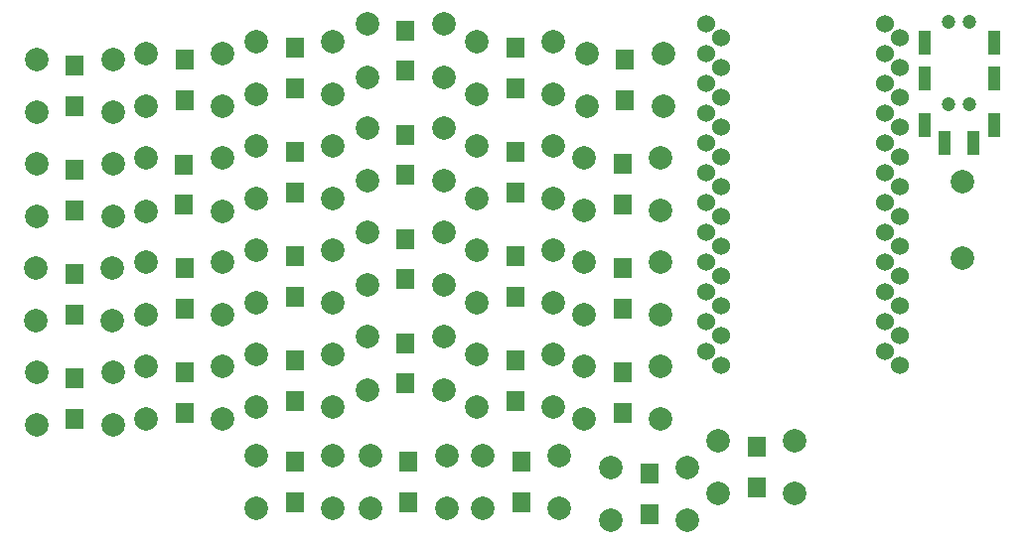
<source format=gbr>
%TF.GenerationSoftware,KiCad,Pcbnew,(6.0.9)*%
%TF.CreationDate,2022-12-16T17:53:14+00:00*%
%TF.ProjectId,PocketSplit-V1,506f636b-6574-4537-906c-69742d56312e,1.0*%
%TF.SameCoordinates,Original*%
%TF.FileFunction,Soldermask,Bot*%
%TF.FilePolarity,Negative*%
%FSLAX46Y46*%
G04 Gerber Fmt 4.6, Leading zero omitted, Abs format (unit mm)*
G04 Created by KiCad (PCBNEW (6.0.9)) date 2022-12-16 17:53:14*
%MOMM*%
%LPD*%
G01*
G04 APERTURE LIST*
%ADD10C,2.000000*%
%ADD11C,1.524000*%
%ADD12C,1.200000*%
%ADD13R,1.000000X2.100000*%
%ADD14R,1.500000X1.800000*%
G04 APERTURE END LIST*
D10*
%TO.C,SW28*%
X75490000Y-83094000D03*
X81990000Y-83094000D03*
X75490000Y-87594000D03*
X81990000Y-87594000D03*
%TD*%
%TO.C,SW3*%
X45264000Y-46768000D03*
X51764000Y-46768000D03*
X45264000Y-51268000D03*
X51764000Y-51268000D03*
%TD*%
%TO.C,SW10*%
X54714000Y-54170000D03*
X61214000Y-54170000D03*
X54714000Y-58670000D03*
X61214000Y-58670000D03*
%TD*%
%TO.C,SW21*%
X45264000Y-73438000D03*
X51764000Y-73438000D03*
X45264000Y-77938000D03*
X51764000Y-77938000D03*
%TD*%
%TO.C,SW12*%
X73204000Y-56682000D03*
X79704000Y-56682000D03*
X73204000Y-61182000D03*
X79704000Y-61182000D03*
%TD*%
%TO.C,SW17*%
X64060000Y-64548000D03*
X70560000Y-64548000D03*
X64060000Y-69048000D03*
X70560000Y-69048000D03*
%TD*%
%TO.C,SW11*%
X64060000Y-55658000D03*
X70560000Y-55658000D03*
X64060000Y-60158000D03*
X70560000Y-60158000D03*
%TD*%
%TO.C,SW13*%
X26468000Y-66076000D03*
X32968000Y-66076000D03*
X26468000Y-70576000D03*
X32968000Y-70576000D03*
%TD*%
%TO.C,SW7*%
X26520000Y-57190000D03*
X33020000Y-57190000D03*
X26520000Y-61690000D03*
X33020000Y-61690000D03*
%TD*%
%TO.C,SW24*%
X73204000Y-74458000D03*
X79704000Y-74458000D03*
X73204000Y-78958000D03*
X79704000Y-78958000D03*
%TD*%
%TO.C,SW27*%
X64568000Y-82078000D03*
X71068000Y-82078000D03*
X64568000Y-86578000D03*
X71068000Y-86578000D03*
%TD*%
%TO.C,SW26*%
X54968000Y-82078000D03*
X61468000Y-82078000D03*
X54968000Y-86578000D03*
X61468000Y-86578000D03*
%TD*%
%TO.C,SW6*%
X73406000Y-47788000D03*
X79906000Y-47788000D03*
X73406000Y-52288000D03*
X79906000Y-52288000D03*
%TD*%
%TO.C,SW14*%
X35866000Y-65568000D03*
X42366000Y-65568000D03*
X35866000Y-70068000D03*
X42366000Y-70068000D03*
%TD*%
%TO.C,SW16*%
X54714000Y-63060000D03*
X61214000Y-63060000D03*
X54714000Y-67560000D03*
X61214000Y-67560000D03*
%TD*%
%TO.C,SW4*%
X54714000Y-45284000D03*
X61214000Y-45284000D03*
X54714000Y-49784000D03*
X61214000Y-49784000D03*
%TD*%
D11*
%TO.C,MCU1*%
X100127535Y-46407745D03*
X83588720Y-45212000D03*
X83588720Y-47752000D03*
X100127535Y-48947745D03*
X100127535Y-51487745D03*
X83588720Y-50292000D03*
X100127535Y-54027745D03*
X83588720Y-52832000D03*
X83588720Y-55372000D03*
X100127535Y-56567745D03*
X100127535Y-59107745D03*
X83588720Y-57912000D03*
X100127535Y-61647745D03*
X83588720Y-60452000D03*
X83588720Y-62992000D03*
X100127535Y-64187745D03*
X100127535Y-66727745D03*
X83588720Y-65532000D03*
X100127535Y-69267745D03*
X83588720Y-68072000D03*
X83588720Y-70612000D03*
X100127535Y-71807745D03*
X83588720Y-73152000D03*
X100127535Y-74347745D03*
X84887535Y-74347745D03*
X98828720Y-73152000D03*
X84887535Y-71807745D03*
X98828720Y-70612000D03*
X98828720Y-68072000D03*
X84887535Y-69267745D03*
X98828720Y-65532000D03*
X84887535Y-66727745D03*
X84887535Y-64187745D03*
X98828720Y-62992000D03*
X98828720Y-60452000D03*
X84887535Y-61647745D03*
X84887535Y-59107745D03*
X98828720Y-57912000D03*
X98828720Y-55372000D03*
X84887535Y-56567745D03*
X84887535Y-54027745D03*
X98828720Y-52832000D03*
X98828720Y-50292000D03*
X84887535Y-51487745D03*
X98828720Y-47752000D03*
X84887535Y-48947745D03*
X84887535Y-46407745D03*
X98828720Y-45212000D03*
%TD*%
D10*
%TO.C,SW9*%
X45264000Y-55662000D03*
X51764000Y-55662000D03*
X45264000Y-60162000D03*
X51764000Y-60162000D03*
%TD*%
%TO.C,SW25*%
X45264000Y-82078000D03*
X51764000Y-82078000D03*
X45264000Y-86578000D03*
X51764000Y-86578000D03*
%TD*%
%TO.C,SW29*%
X84634000Y-80808000D03*
X91134000Y-80808000D03*
X84634000Y-85308000D03*
X91134000Y-85308000D03*
%TD*%
%TO.C,SW2*%
X35866000Y-47792000D03*
X42366000Y-47792000D03*
X35866000Y-52292000D03*
X42366000Y-52292000D03*
%TD*%
%TO.C,SW20*%
X35866000Y-74462000D03*
X42366000Y-74462000D03*
X35866000Y-78962000D03*
X42366000Y-78962000D03*
%TD*%
%TO.C,SW5*%
X64060000Y-46772000D03*
X70560000Y-46772000D03*
X64060000Y-51272000D03*
X70560000Y-51272000D03*
%TD*%
%TO.C,SW19*%
X26520000Y-74970000D03*
X33020000Y-74970000D03*
X26520000Y-79470000D03*
X33020000Y-79470000D03*
%TD*%
%TO.C,SW1*%
X26520000Y-48300000D03*
X33020000Y-48300000D03*
X26520000Y-52800000D03*
X33020000Y-52800000D03*
%TD*%
%TO.C,SW23*%
X64060000Y-73438000D03*
X70560000Y-73438000D03*
X64060000Y-77938000D03*
X70560000Y-77938000D03*
%TD*%
%TO.C,SW18*%
X73204000Y-65568000D03*
X79704000Y-65568000D03*
X73204000Y-70068000D03*
X79704000Y-70068000D03*
%TD*%
D12*
%TO.C,J1*%
X104281000Y-45084500D03*
X104281000Y-52084500D03*
X106031000Y-52084500D03*
X106031000Y-45084500D03*
D13*
X102181000Y-53884500D03*
X108131000Y-53884500D03*
X108131000Y-49884500D03*
X102181000Y-49884500D03*
X102181000Y-46884500D03*
X108131000Y-46884500D03*
X103931000Y-55384500D03*
X106381000Y-55384500D03*
%TD*%
D10*
%TO.C,SW22*%
X54714000Y-71954000D03*
X61214000Y-71954000D03*
X54714000Y-76454000D03*
X61214000Y-76454000D03*
%TD*%
%TO.C,RST1*%
X105410000Y-65226000D03*
X105410000Y-58726000D03*
%TD*%
%TO.C,SW15*%
X45264000Y-64552000D03*
X51764000Y-64552000D03*
X45264000Y-69052000D03*
X51764000Y-69052000D03*
%TD*%
%TO.C,SW8*%
X35814000Y-56722000D03*
X42314000Y-56722000D03*
X35814000Y-61222000D03*
X42314000Y-61222000D03*
%TD*%
D14*
%TO.C,D29*%
X87884000Y-81358000D03*
X87884000Y-84758000D03*
%TD*%
%TO.C,D6*%
X76656000Y-48338000D03*
X76656000Y-51738000D03*
%TD*%
%TO.C,D12*%
X76454000Y-57232000D03*
X76454000Y-60632000D03*
%TD*%
%TO.C,D15*%
X48514000Y-65102000D03*
X48514000Y-68502000D03*
%TD*%
%TO.C,D28*%
X78740000Y-83644000D03*
X78740000Y-87044000D03*
%TD*%
%TO.C,D7*%
X29770000Y-57740000D03*
X29770000Y-61140000D03*
%TD*%
%TO.C,D18*%
X76454000Y-66118000D03*
X76454000Y-69518000D03*
%TD*%
%TO.C,D10*%
X57964000Y-54720000D03*
X57964000Y-58120000D03*
%TD*%
%TO.C,D2*%
X39116000Y-48342000D03*
X39116000Y-51742000D03*
%TD*%
%TO.C,D3*%
X48514000Y-47318000D03*
X48514000Y-50718000D03*
%TD*%
%TO.C,D19*%
X29770000Y-75520000D03*
X29770000Y-78920000D03*
%TD*%
%TO.C,D26*%
X58218000Y-82628000D03*
X58218000Y-86028000D03*
%TD*%
%TO.C,D27*%
X67818000Y-82628000D03*
X67818000Y-86028000D03*
%TD*%
%TO.C,D22*%
X57964000Y-72504000D03*
X57964000Y-75904000D03*
%TD*%
%TO.C,D9*%
X48514000Y-56212000D03*
X48514000Y-59612000D03*
%TD*%
%TO.C,D13*%
X29718000Y-66626000D03*
X29718000Y-70026000D03*
%TD*%
%TO.C,D24*%
X76454000Y-75008000D03*
X76454000Y-78408000D03*
%TD*%
%TO.C,D16*%
X57964000Y-63610000D03*
X57964000Y-67010000D03*
%TD*%
%TO.C,D21*%
X48514000Y-73988000D03*
X48514000Y-77388000D03*
%TD*%
%TO.C,D23*%
X67310000Y-73988000D03*
X67310000Y-77388000D03*
%TD*%
%TO.C,D17*%
X67310000Y-65098000D03*
X67310000Y-68498000D03*
%TD*%
%TO.C,D11*%
X67310000Y-56208000D03*
X67310000Y-59608000D03*
%TD*%
%TO.C,D20*%
X39116000Y-75012000D03*
X39116000Y-78412000D03*
%TD*%
%TO.C,D8*%
X39064000Y-57272000D03*
X39064000Y-60672000D03*
%TD*%
%TO.C,D5*%
X67310000Y-47322000D03*
X67310000Y-50722000D03*
%TD*%
%TO.C,D1*%
X29770000Y-48850000D03*
X29770000Y-52250000D03*
%TD*%
%TO.C,D4*%
X57964000Y-45834000D03*
X57964000Y-49234000D03*
%TD*%
%TO.C,D14*%
X39116000Y-66118000D03*
X39116000Y-69518000D03*
%TD*%
%TO.C,D25*%
X48514000Y-82628000D03*
X48514000Y-86028000D03*
%TD*%
M02*

</source>
